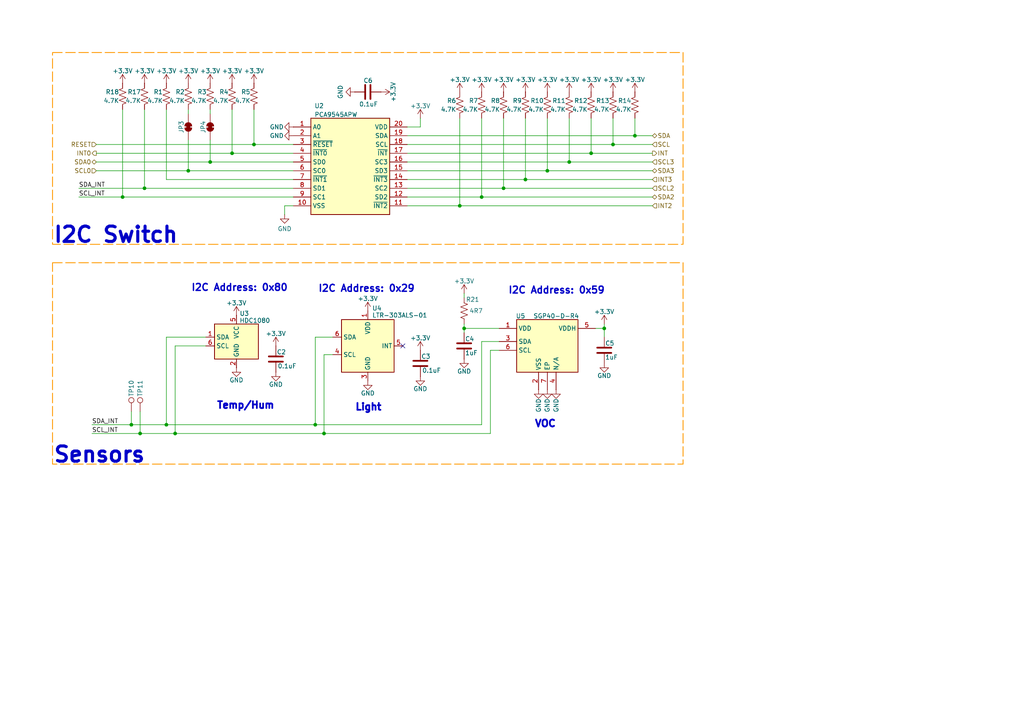
<source format=kicad_sch>
(kicad_sch (version 20250114) (generator "eeschema") (generator_version "9.0")
  (paper "A4")
  (title_block (title "Environment Module") (date "<<release-date>>") (rev "<<tag>>") (comment 1 "<<hash>>"))
  (lib_symbols
    (symbol "CRG Makes:HDC1080"
      (property "Reference" "U" (at -5.08 6.35 0))
      (property "Value" "HDC1080" (at 5.08 6.35 0))
      (symbol "HDC1080_0_1"
        (rectangle (start -6.35 5.08) (end 6.35 -5.08) (stroke (width 0.254)) (fill (type background)))
      )
      (symbol "HDC1080_1_1"
        (pin no_connect line (at -6.35 2.54 0) (length 2.54) (hide yes) (name "DAP") (number "7"))
        (pin no_connect line (at -6.35 0 0) (length 2.54) (hide yes) (name "NC") (number "3"))
        (pin no_connect line (at -6.35 -2.54 0) (length 2.54) (hide yes) (name "NC") (number "4"))
        (pin power_in line (at 0 7.62 270) (length 2.54) (name "VCC") (number "5"))
        (pin power_in line (at 0 -7.62 90) (length 2.54) (name "GND") (number "2"))
        (pin bidirectional line (at 8.89 1.27 180) (length 2.54) (name "SDA") (number "1"))
        (pin input line (at 8.89 -1.27 180) (length 2.54) (name "SCL") (number "6"))
      )
    )
    (symbol "CRG Makes:LTR-303ALS-01"
      (property "Reference" "U" (at -7.62 8.89 0))
      (property "Value" "LTR-303ALS-01" (at 1.27 8.89 0))
      (symbol "LTR-303ALS-01_0_1"
        (rectangle (start -7.62 7.62) (end 7.62 -7.62) (stroke (width 0.254)) (fill (type background)))
      )
      (symbol "LTR-303ALS-01_1_1"
        (pin bidirectional line (at -10.16 2.54 0) (length 2.54) (name "SDA") (number "6"))
        (pin input line (at -10.16 -2.54 0) (length 2.54) (name "SCL") (number "4"))
        (pin power_in line (at 0 10.16 270) (length 2.54) (name "VDD") (number "1"))
        (pin power_in line (at 0 -10.16 90) (length 2.54) (name "GND") (number "3"))
        (pin no_connect line (at 7.62 -2.54 180) (length 2.54) (hide yes) (name "NC") (number "2"))
        (pin open_collector line (at 10.16 0 180) (length 2.54) (name "INT") (number "5"))
      )
    )
    (symbol "CRG Makes:PCA9545APW,118"
      (property "Reference" "U" (at -10.414 18.288 0))
      (property "Value" "PCA9545APW" (at -10.414 15.748 0))
      (symbol "PCA9545APW,118_1_1"
        (rectangle (start -11.43 13.97) (end 11.43 -13.97) (stroke (width 0.254)) (fill (type background)))
        (pin passive line (at -16.51 11.43 0) (length 5.08) (name "A0") (number "1"))
        (pin passive line (at -16.51 8.89 0) (length 5.08) (name "A1") (number "2"))
        (pin passive line (at -16.51 6.35 0) (length 5.08) (name "~{RESET}") (number "3"))
        (pin passive line (at -16.51 3.81 0) (length 5.08) (name "~{INT0}") (number "4"))
        (pin passive line (at -16.51 1.27 0) (length 5.08) (name "SD0") (number "5"))
        (pin passive line (at -16.51 -1.27 0) (length 5.08) (name "SC0") (number "6"))
        (pin passive line (at -16.51 -3.81 0) (length 5.08) (name "~{INT1}") (number "7"))
        (pin passive line (at -16.51 -6.35 0) (length 5.08) (name "SD1") (number "8"))
        (pin passive line (at -16.51 -8.89 0) (length 5.08) (name "SC1") (number "9"))
        (pin passive line (at -16.51 -11.43 0) (length 5.08) (name "VSS") (number "10"))
        (pin passive line (at 16.51 11.43 180) (length 5.08) (name "VDD") (number "20"))
        (pin passive line (at 16.51 8.89 180) (length 5.08) (name "SDA") (number "19"))
        (pin passive line (at 16.51 6.35 180) (length 5.08) (name "SCL") (number "18"))
        (pin passive line (at 16.51 3.81 180) (length 5.08) (name "~{INT}") (number "17"))
        (pin passive line (at 16.51 1.27 180) (length 5.08) (name "SC3") (number "16"))
        (pin passive line (at 16.51 -1.27 180) (length 5.08) (name "SD3") (number "15"))
        (pin passive line (at 16.51 -3.81 180) (length 5.08) (name "~{INT3}") (number "14"))
        (pin passive line (at 16.51 -6.35 180) (length 5.08) (name "SC2") (number "13"))
        (pin passive line (at 16.51 -8.89 180) (length 5.08) (name "SD2") (number "12"))
        (pin passive line (at 16.51 -11.43 180) (length 5.08) (name "~{INT2}") (number "11"))
      )
    )
    (symbol "CRG Makes:SGP40-D-R4"
      (property "Reference" "U" (at -9.144 9.398 0))
      (property "Value" "SGP40-D-R4" (at -4.064 9.398 0))
      (symbol "SGP40-D-R4_1_1"
        (rectangle (start -8.89 7.62) (end 8.89 -7.62) (stroke (width 0.254)) (fill (type background)))
        (pin passive line (at -13.97 5.08 0) (length 5.08) (name "VDD") (number "1"))
        (pin passive line (at -13.97 1.27 0) (length 5.08) (name "SDA") (number "3"))
        (pin passive line (at -13.97 -1.27 0) (length 5.08) (name "SCL") (number "6"))
        (pin passive line (at -2.54 -12.7 90) (length 5.08) (name "VSS") (number "2"))
        (pin passive line (at 0 -12.7 90) (length 5.08) (name "EP") (number "7"))
        (pin passive line (at 2.54 -12.7 90) (length 5.08) (name "N/A") (number "4"))
        (pin passive line (at 13.97 5.08 180) (length 5.08) (name "VDDH") (number "5"))
      )
    )
    (symbol "Connector:TestPoint" (pin_numbers (hide yes)) (pin_names (offset 0.762) (hide yes))
      (property "Reference" "TP" (at 0 6.858 0))
      (property "Value" "TestPoint" (at 0 5.08 0))
      (symbol "TestPoint_0_1"
        (circle (center 0 3.302) (radius 0.762))
      )
      (symbol "TestPoint_1_1"
        (pin passive line (at 0 0 90) (length 2.54) (name "1") (number "1"))
      )
    )
    (symbol "Device:C" (pin_numbers (hide yes)) (pin_names (offset 0.254))
      (property "Reference" "C" (at 0.635 2.54 0))
      (property "Value" "C" (at 0.635 -2.54 0))
      (symbol "C_0_1"
        (polyline (pts (xy -2.032 0.762) (xy 2.032 0.762)) (stroke (width 0.508)))
        (polyline (pts (xy -2.032 -0.762) (xy 2.032 -0.762)) (stroke (width 0.508)))
      )
      (symbol "C_1_1"
        (pin passive line (at 0 3.81 270) (length 2.794) (name "~") (number "1"))
        (pin passive line (at 0 -3.81 90) (length 2.794) (name "~") (number "2"))
      )
    )
    (symbol "Device:R_US" (pin_numbers (hide yes)) (pin_names (offset 0))
      (property "Reference" "R" (at 2.54 0 90))
      (property "Value" "R_US" (at -2.54 0 90))
      (symbol "R_US_0_1"
        (polyline (pts (xy 0 2.286) (xy 0 2.54)))
        (polyline (pts (xy 0 2.286) (xy 1.016 1.905) (xy 0 1.524) (xy -1.016 1.143) (xy 0 0.762)))
        (polyline (pts (xy 0 0.762) (xy 1.016 0.381) (xy 0 0) (xy -1.016 -0.381) (xy 0 -0.762)))
        (polyline (pts (xy 0 -0.762) (xy 1.016 -1.143) (xy 0 -1.524) (xy -1.016 -1.905) (xy 0 -2.286)))
        (polyline (pts (xy 0 -2.286) (xy 0 -2.54)))
      )
      (symbol "R_US_1_1"
        (pin passive line (at 0 3.81 270) (length 1.27) (name "~") (number "1"))
        (pin passive line (at 0 -3.81 90) (length 1.27) (name "~") (number "2"))
      )
    )
    (symbol "Jumper:SolderJumper_2_Bridged" (pin_numbers (hide yes)) (pin_names (offset 0) (hide yes)) (in_bom no)
      (property "Reference" "JP" (at 0 2.032 0))
      (property "Value" "SolderJumper_2_Bridged" (at 0 -2.54 0))
      (symbol "SolderJumper_2_Bridged_0_1"
        (rectangle (start -0.508 0.508) (end 0.508 -0.508) (fill (type outline)))
        (polyline (pts (xy -0.254 1.016) (xy -0.254 -1.016)))
        (arc (start -0.254 -1.016) (mid -1.2656 0) (end -0.254 1.016))
        (arc (start -0.254 -1.016) (mid -1.2656 0) (end -0.254 1.016) (fill (type outline)))
        (arc (start 0.254 1.016) (mid 1.2656 0) (end 0.254 -1.016))
        (arc (start 0.254 1.016) (mid 1.2656 0) (end 0.254 -1.016) (fill (type outline)))
        (polyline (pts (xy 0.254 1.016) (xy 0.254 -1.016)))
      )
      (symbol "SolderJumper_2_Bridged_1_1"
        (pin passive line (at -3.81 0 0) (length 2.54) (name "A") (number "1"))
        (pin passive line (at 3.81 0 180) (length 2.54) (name "B") (number "2"))
      )
    )
    (symbol "power:+3.3V" (power) (pin_numbers (hide yes)) (pin_names (offset 0) (hide yes))
      (property "Value" "+3.3V" (at 0 3.556 0))
      (symbol "+3.3V_0_1"
        (polyline (pts (xy -0.762 1.27) (xy 0 2.54)))
        (polyline (pts (xy 0 2.54) (xy 0.762 1.27)))
        (polyline (pts (xy 0 0) (xy 0 2.54)))
      )
      (symbol "+3.3V_1_1"
        (pin power_in line (at 0 0 90) (length 0) (name "~") (number "1"))
      )
    )
    (symbol "power:GND" (power) (pin_numbers (hide yes)) (pin_names (offset 0) (hide yes))
      (property "Value" "GND" (at 0 -3.81 0))
      (symbol "GND_0_1"
        (polyline (pts (xy 0 0) (xy 0 -1.27) (xy 1.27 -1.27) (xy 0 -2.54) (xy -1.27 -1.27) (xy 0 -1.27)))
      )
      (symbol "GND_1_1"
        (pin power_in line (at 0 0 270) (length 0) (name "~") (number "1"))
      )
    )
  )
  (rectangle (start 15.24 15.24) (end 198.12 70.866) (stroke (width 0.254) (type dash) (color 255 153 0 1)))
  (rectangle (start 15.24 76.2) (end 198.12 134.62) (stroke (width 0.254) (type dash) (color 255 153 0 1)))
  (text "I2C Address: 0x29" (at 92.202 83.82 0) (effects (font (size 2 2) (thickness 0.4) (bold yes)) (justify left)))
  (text "I2C Address: 0x59" (at 147.32 84.328 0) (effects (font (size 2 2) (thickness 0.4) (bold yes)) (justify left)))
  (text "Light" (at 102.87 119.38 0) (effects (font (size 2 2) (thickness 0.889) (bold yes)) (justify left bottom)))
  (text "Sensors" (at 15.24 134.62 0) (effects (font (size 4.445 4.445) (thickness 0.889) (bold yes)) (justify left bottom)))
  (text "VOC" (at 154.94 124.206 0) (effects (font (size 2 2) (thickness 0.889) (bold yes)) (justify left bottom)))
  (text "Temp/Hum" (at 62.738 118.872 0) (effects (font (size 2 2) (thickness 0.889) (bold yes)) (justify left bottom)))
  (text "I2C Switch" (at 15.24 70.866 0) (effects (font (size 4.445 4.445) (thickness 0.889) (bold yes)) (justify left bottom)))
  (text "I2C Address: 0x80" (at 55.372 83.566 0) (effects (font (size 2 2) (thickness 0.4) (bold yes)) (justify left)))
  (junction (at 73.66 41.91))
  (junction (at 50.8 125.73))
  (junction (at 184.15 39.37))
  (junction (at 38.1 123.19))
  (junction (at 175.26 95.25))
  (junction (at 177.8 41.91))
  (junction (at 152.4 52.07))
  (junction (at 158.75 49.53))
  (junction (at 133.35 59.69))
  (junction (at 91.44 123.19))
  (junction (at 139.7 57.15))
  (junction (at 171.45 44.45))
  (junction (at 67.31 44.45))
  (junction (at 93.98 125.73))
  (junction (at 60.96 46.99))
  (junction (at 134.62 95.25))
  (junction (at 48.26 123.19))
  (junction (at 165.1 46.99))
  (junction (at 35.56 57.15))
  (junction (at 40.64 125.73))
  (junction (at 41.91 54.61))
  (junction (at 54.61 49.53))
  (junction (at 146.05 54.61))
  (no_connect (at 116.84 100.33))
  (wire (pts (xy 121.92 36.83) (xy 121.92 34.29)))
  (wire (pts (xy 134.62 93.98) (xy 134.62 95.25)))
  (wire (pts (xy 38.1 123.19) (xy 48.26 123.19)))
  (wire (pts (xy 22.86 57.15) (xy 35.56 57.15)))
  (wire (pts (xy 41.91 31.75) (xy 41.91 54.61)))
  (wire (pts (xy 133.35 34.29) (xy 133.35 59.69)))
  (wire (pts (xy 50.8 125.73) (xy 93.98 125.73)))
  (wire (pts (xy 146.05 34.29) (xy 146.05 54.61)))
  (wire (pts (xy 48.26 31.75) (xy 48.26 52.07)))
  (wire (pts (xy 142.24 101.6) (xy 144.78 101.6)))
  (wire (pts (xy 177.8 34.29) (xy 177.8 41.91)))
  (wire (pts (xy 134.62 95.25) (xy 144.78 95.25)))
  (wire (pts (xy 54.61 40.64) (xy 54.61 49.53)))
  (wire (pts (xy 35.56 57.15) (xy 85.09 57.15)))
  (wire (pts (xy 38.1 119.38) (xy 38.1 123.19)))
  (wire (pts (xy 50.8 100.33) (xy 50.8 125.73)))
  (wire (pts (xy 60.96 40.64) (xy 60.96 46.99)))
  (wire (pts (xy 118.11 44.45) (xy 171.45 44.45)))
  (wire (pts (xy 85.09 44.45) (xy 67.31 44.45)))
  (wire (pts (xy 171.45 34.29) (xy 171.45 44.45)))
  (wire (pts (xy 91.44 123.19) (xy 139.7 123.19)))
  (wire (pts (xy 158.75 49.53) (xy 189.23 49.53)))
  (wire (pts (xy 41.91 54.61) (xy 85.09 54.61)))
  (wire (pts (xy 91.44 97.79) (xy 91.44 123.19)))
  (wire (pts (xy 93.98 102.87) (xy 93.98 125.73)))
  (wire (pts (xy 158.75 34.29) (xy 158.75 49.53)))
  (wire (pts (xy 48.26 123.19) (xy 91.44 123.19)))
  (wire (pts (xy 134.62 95.25) (xy 134.62 96.52)))
  (wire (pts (xy 118.11 59.69) (xy 133.35 59.69)))
  (wire (pts (xy 118.11 36.83) (xy 121.92 36.83)))
  (wire (pts (xy 96.52 102.87) (xy 93.98 102.87)))
  (wire (pts (xy 118.11 41.91) (xy 177.8 41.91)))
  (wire (pts (xy 73.66 31.75) (xy 73.66 41.91)))
  (wire (pts (xy 40.64 125.73) (xy 50.8 125.73)))
  (wire (pts (xy 184.15 39.37) (xy 189.23 39.37)))
  (wire (pts (xy 54.61 49.53) (xy 85.09 49.53)))
  (wire (pts (xy 118.11 57.15) (xy 139.7 57.15)))
  (wire (pts (xy 48.26 97.79) (xy 59.69 97.79)))
  (wire (pts (xy 60.96 33.02) (xy 60.96 31.75)))
  (wire (pts (xy 146.05 54.61) (xy 189.23 54.61)))
  (wire (pts (xy 118.11 46.99) (xy 165.1 46.99)))
  (wire (pts (xy 27.94 46.99) (xy 60.96 46.99)))
  (wire (pts (xy 60.96 46.99) (xy 85.09 46.99)))
  (wire (pts (xy 133.35 59.69) (xy 189.23 59.69)))
  (wire (pts (xy 27.94 41.91) (xy 73.66 41.91)))
  (wire (pts (xy 139.7 57.15) (xy 189.23 57.15)))
  (wire (pts (xy 165.1 46.99) (xy 189.23 46.99)))
  (wire (pts (xy 118.11 54.61) (xy 146.05 54.61)))
  (wire (pts (xy 165.1 34.29) (xy 165.1 46.99)))
  (wire (pts (xy 50.8 100.33) (xy 59.69 100.33)))
  (wire (pts (xy 152.4 34.29) (xy 152.4 52.07)))
  (wire (pts (xy 118.11 52.07) (xy 152.4 52.07)))
  (wire (pts (xy 22.86 54.61) (xy 41.91 54.61)))
  (wire (pts (xy 139.7 99.06) (xy 139.7 123.19)))
  (wire (pts (xy 134.62 85.09) (xy 134.62 86.36)))
  (wire (pts (xy 139.7 99.06) (xy 144.78 99.06)))
  (wire (pts (xy 184.15 34.29) (xy 184.15 39.37)))
  (wire (pts (xy 142.24 125.73) (xy 142.24 101.6)))
  (wire (pts (xy 54.61 33.02) (xy 54.61 31.75)))
  (wire (pts (xy 27.94 49.53) (xy 54.61 49.53)))
  (wire (pts (xy 177.8 41.91) (xy 189.23 41.91)))
  (wire (pts (xy 26.67 125.73) (xy 40.64 125.73)))
  (wire (pts (xy 82.55 59.69) (xy 82.55 62.23)))
  (wire (pts (xy 85.09 52.07) (xy 48.26 52.07)))
  (wire (pts (xy 96.52 97.79) (xy 91.44 97.79)))
  (wire (pts (xy 175.26 97.79) (xy 175.26 95.25)))
  (wire (pts (xy 171.45 44.45) (xy 189.23 44.45)))
  (wire (pts (xy 35.56 31.75) (xy 35.56 57.15)))
  (wire (pts (xy 175.26 95.25) (xy 175.26 93.98)))
  (wire (pts (xy 93.98 125.73) (xy 142.24 125.73)))
  (wire (pts (xy 85.09 59.69) (xy 82.55 59.69)))
  (wire (pts (xy 85.09 41.91) (xy 73.66 41.91)))
  (wire (pts (xy 67.31 31.75) (xy 67.31 44.45)))
  (wire (pts (xy 118.11 49.53) (xy 158.75 49.53)))
  (wire (pts (xy 48.26 97.79) (xy 48.26 123.19)))
  (wire (pts (xy 172.72 95.25) (xy 175.26 95.25)))
  (wire (pts (xy 118.11 39.37) (xy 184.15 39.37)))
  (wire (pts (xy 27.94 44.45) (xy 67.31 44.45)))
  (wire (pts (xy 40.64 119.38) (xy 40.64 125.73)))
  (wire (pts (xy 26.67 123.19) (xy 38.1 123.19)))
  (wire (pts (xy 139.7 34.29) (xy 139.7 57.15)))
  (wire (pts (xy 152.4 52.07) (xy 189.23 52.07)))
  (label "SCL_INT" (at 26.67 125.73 0))
  (label "SDA_INT" (at 26.67 123.19 0))
  (label "SDA_INT" (at 22.86 54.61 0))
  (label "SCL_INT" (at 22.86 57.15 0))
  (hierarchical_label "SCL2" (shape input) (at 189.23 54.61 0))
  (hierarchical_label "INT0" (shape output) (at 27.94 44.45 180))
  (hierarchical_label "INT2" (shape input) (at 189.23 59.69 0))
  (hierarchical_label "SCL0" (shape input) (at 27.94 49.53 180))
  (hierarchical_label "INT3" (shape input) (at 189.23 52.07 0))
  (hierarchical_label "INT" (shape output) (at 189.23 44.45 0))
  (hierarchical_label "SDA3" (shape bidirectional) (at 189.23 49.53 0))
  (hierarchical_label "SDA2" (shape bidirectional) (at 189.23 57.15 0))
  (hierarchical_label "SCL3" (shape input) (at 189.23 46.99 0))
  (hierarchical_label "SCL" (shape input) (at 189.23 41.91 0))
  (hierarchical_label "SDA" (shape bidirectional) (at 189.23 39.37 0))
  (hierarchical_label "SDA0" (shape bidirectional) (at 27.94 46.99 180))
  (hierarchical_label "RESET" (shape input) (at 27.94 41.91 180))
  (symbol (lib_id "power:+3.3V") (at 41.91 24.13 0) (mirror y) (unit 1)
    (property "Reference" "#PWR049" (effects (hide yes)))
    (property "Value" "+3.3V" (at 41.91 20.574 0))
    (property "Description" "Power symbol creates a global label with name \"+3.3V\"" (effects (hide yes)))
  )
  (symbol (lib_id "power:GND") (at 85.09 36.83 270) (unit 1)
    (property "Reference" "#PWR015" (effects (hide yes)))
    (property "Value" "GND" (at 80.264 36.83 90))
    (property "Description" "Power symbol creates a global label with name \"GND\" , ground" (effects (hide yes)))
  )
  (symbol (lib_id "Jumper:SolderJumper_2_Bridged") (at 60.96 36.83 90) (unit 1) (in_bom no)
    (property "Reference" "JP4" (at 58.928 36.83 0))
    (property "Footprint" "CRGM Connector:SolderJumper-2_P1.3mm_Bridged_RoundedPad1.0x1.5mm" (effects (hide yes)))
    (property "Description" "Solder Jumper, 2-pole, closed/bridged" (effects (hide yes)))
  )
  (symbol (lib_id "power:+3.3V") (at 80.01 100.33 0) (unit 1)
    (property "Reference" "#PWR051" (effects (hide yes)))
    (property "Value" "+3.3V" (at 80.01 96.774 0))
    (property "Description" "Power symbol creates a global label with name \"+3.3V\"" (effects (hide yes)))
  )
  (symbol (lib_id "power:+3.3V") (at 121.92 34.29 0) (mirror y) (unit 1)
    (property "Reference" "#PWR017" (effects (hide yes)))
    (property "Value" "+3.3V" (at 121.92 30.734 0))
    (property "Description" "Power symbol creates a global label with name \"+3.3V\"" (effects (hide yes)))
  )
  (symbol (lib_id "Device:R_US") (at 35.56 27.94 0) (mirror x) (unit 1)
    (property "Reference" "R18" (at 34.544 26.67 0) (effects (justify right)))
    (property "Value" "4.7K" (at 34.544 29.21 0) (effects (justify right)))
    (property "Footprint" "CRGM Passive:R_0603_1608Metric" (effects (hide yes)))
    (property "Description" "Resistor, US symbol" (effects (hide yes)))
    (property "MN" "FOJAN " (effects (hide yes)))
    (property "MPN" "FRC0603J472 TS" (effects (hide yes)))
    (property "Mouser" "71-CRCW06034K70JNEAC" (effects (hide yes)))
    (property "Digikey" "541-3993-2-ND" (effects (hide yes)))
    (property "LCSC" "C2907166" (effects (hide yes)))
    (property "Tolerance" "5%" (effects (hide yes)))
  )
  (symbol (lib_id "power:+3.3V") (at 133.35 26.67 0) (mirror y) (unit 1)
    (property "Reference" "#PWR018" (effects (hide yes)))
    (property "Value" "+3.3V" (at 133.35 23.114 0))
    (property "Description" "Power symbol creates a global label with name \"+3.3V\"" (effects (hide yes)))
  )
  (symbol (lib_id "power:GND") (at 85.09 39.37 270) (unit 1)
    (property "Reference" "#PWR016" (effects (hide yes)))
    (property "Value" "GND" (at 80.264 39.37 90))
    (property "Description" "Power symbol creates a global label with name \"GND\" , ground" (effects (hide yes)))
  )
  (symbol (lib_id "power:+3.3V") (at 54.61 24.13 0) (mirror y) (unit 1)
    (property "Reference" "#PWR010" (effects (hide yes)))
    (property "Value" "+3.3V" (at 54.61 20.574 0))
    (property "Description" "Power symbol creates a global label with name \"+3.3V\"" (effects (hide yes)))
  )
  (symbol (lib_id "Device:R_US") (at 152.4 30.48 0) (mirror x) (unit 1)
    (property "Reference" "R9" (at 151.384 29.21 0) (effects (justify right)))
    (property "Value" "4.7K" (at 151.384 31.75 0) (effects (justify right)))
    (property "Footprint" "CRGM Passive:R_0603_1608Metric" (effects (hide yes)))
    (property "Description" "Resistor, US symbol" (effects (hide yes)))
    (property "MN" "FOJAN " (effects (hide yes)))
    (property "MPN" "FRC0603J472 TS" (effects (hide yes)))
    (property "Mouser" "71-CRCW06034K70JNEAC" (effects (hide yes)))
    (property "Digikey" "541-3993-2-ND" (effects (hide yes)))
    (property "LCSC" "C2907166" (effects (hide yes)))
    (property "Tolerance" "5%" (effects (hide yes)))
  )
  (symbol (lib_id "power:GND") (at 161.29 113.03 0) (unit 1)
    (property "Reference" "#PWR065" (effects (hide yes)))
    (property "Value" "GND" (at 161.29 117.602 90))
    (property "Description" "Power symbol creates a global label with name \"GND\" , ground" (effects (hide yes)))
  )
  (symbol (lib_id "power:GND") (at 68.58 106.68 0) (unit 1)
    (property "Reference" "#PWR054" (effects (hide yes)))
    (property "Value" "GND" (at 68.58 110.236 0))
    (property "Description" "Power symbol creates a global label with name \"GND\" , ground" (effects (hide yes)))
  )
  (symbol (lib_id "Device:R_US") (at 134.62 90.17 0) (unit 1)
    (property "Reference" "R21" (at 135.128 86.868 0) (effects (justify left)))
    (property "Value" "4R7" (at 136.144 90.17 0) (effects (justify left)))
    (property "Footprint" "CRGM Passive:R_0603_1608Metric" (effects (hide yes)))
    (property "Datasheet" "https://bourns.com/docs/product-datasheets/cr.pdf?sfvrsn=574d41f6_14" (effects (hide yes)))
    (property "Description" "Thick Film Resistors - SMD 1/10Watt 4.7ohms 5%" (effects (hide yes)))
    (property "MN" "FOJAN" (effects (hide yes)))
    (property "MPN" "FRC0603J4R7 TS" (effects (hide yes)))
    (property "Mouser" "652-CR0603JW-4R7ELF" (effects (hide yes)))
    (property "Digikey" "CR0603-J/-4R7ELFTR-ND" (effects (hide yes)))
    (property "LCSC" "C2907168" (effects (hide yes)))
    (property "Tolerance" "5%" (effects (hide yes)))
  )
  (symbol (lib_id "power:+3.3V") (at 158.75 26.67 0) (mirror y) (unit 1)
    (property "Reference" "#PWR022" (effects (hide yes)))
    (property "Value" "+3.3V" (at 158.75 23.114 0))
    (property "Description" "Power symbol creates a global label with name \"+3.3V\"" (effects (hide yes)))
  )
  (symbol (lib_id "Connector:TestPoint") (at 38.1 119.38 0) (unit 1) (in_bom no)
    (property "Reference" "TP10" (at 38.1 115.062 90) (effects (justify left)))
    (property "Footprint" "CRGM Mechanical:TestPoint_Pad_D1.0mm" (effects (hide yes)))
    (property "Description" "test point" (effects (hide yes)))
  )
  (symbol (lib_id "power:+3.3V") (at 165.1 26.67 0) (mirror y) (unit 1)
    (property "Reference" "#PWR023" (effects (hide yes)))
    (property "Value" "+3.3V" (at 165.1 23.114 0))
    (property "Description" "Power symbol creates a global label with name \"+3.3V\"" (effects (hide yes)))
  )
  (symbol (lib_id "Device:R_US") (at 158.75 30.48 0) (mirror x) (unit 1)
    (property "Reference" "R10" (at 157.734 29.21 0) (effects (justify right)))
    (property "Value" "4.7K" (at 157.734 31.75 0) (effects (justify right)))
    (property "Footprint" "CRGM Passive:R_0603_1608Metric" (effects (hide yes)))
    (property "Description" "Resistor, US symbol" (effects (hide yes)))
    (property "MN" "FOJAN " (effects (hide yes)))
    (property "MPN" "FRC0603J472 TS" (effects (hide yes)))
    (property "Mouser" "71-CRCW06034K70JNEAC" (effects (hide yes)))
    (property "Digikey" "541-3993-2-ND" (effects (hide yes)))
    (property "LCSC" "C2907166" (effects (hide yes)))
    (property "Tolerance" "5%" (effects (hide yes)))
  )
  (symbol (lib_id "power:+3.3V") (at 67.31 24.13 0) (mirror y) (unit 1)
    (property "Reference" "#PWR012" (effects (hide yes)))
    (property "Value" "+3.3V" (at 67.31 20.574 0))
    (property "Description" "Power symbol creates a global label with name \"+3.3V\"" (effects (hide yes)))
  )
  (symbol (lib_id "CRG Makes:SGP40-D-R4") (at 158.75 100.33 0) (unit 1)
    (property "Reference" "U5" (at 149.606 90.932 0) (effects (justify left top)))
    (property "Value" "SGP40-D-R4" (at 154.686 90.932 0) (effects (justify left top)))
    (property "Footprint" "CRG Makes:SON80P244X244X95-7N" (effects (hide yes)))
    (property "Datasheet" "https://www.mouser.com/datasheet/2/682/Sensirion_Gas_Sensors_Datasheet_SGP40-3398556.pdf" (effects (hide yes)))
    (property "Description" "Air Quality Sensors Gas Sensor" (effects (hide yes)))
    (property "MN" "Sensirion" (effects (hide yes)))
    (property "MPN" "SGP40-D-R4" (effects (hide yes)))
    (property "Digikey" "1649-SGP40-D-R4TR-ND" (effects (hide yes)))
    (property "Mouser" "403-SGP40-D-R4" (effects (hide yes)))
    (property "LCSC" "C2874215" (effects (hide yes)))
  )
  (symbol (lib_id "power:GND") (at 121.92 109.22 0) (unit 1)
    (property "Reference" "#PWR058" (effects (hide yes)))
    (property "Value" "GND" (at 121.92 112.776 0))
    (property "Description" "Power symbol creates a global label with name \"GND\" , ground" (effects (hide yes)))
  )
  (symbol (lib_id "power:+3.3V") (at 106.68 90.17 0) (unit 1)
    (property "Reference" "#PWR055" (effects (hide yes)))
    (property "Value" "+3.3V" (at 106.68 86.614 0))
    (property "Description" "Power symbol creates a global label with name \"+3.3V\"" (effects (hide yes)))
  )
  (symbol (lib_id "Device:R_US") (at 60.96 27.94 0) (mirror x) (unit 1)
    (property "Reference" "R3" (at 59.944 26.67 0) (effects (justify right)))
    (property "Value" "4.7K" (at 59.944 29.21 0) (effects (justify right)))
    (property "Footprint" "CRGM Passive:R_0603_1608Metric" (effects (hide yes)))
    (property "Description" "Resistor, US symbol" (effects (hide yes)))
    (property "MN" "FOJAN " (effects (hide yes)))
    (property "MPN" "FRC0603J472 TS" (effects (hide yes)))
    (property "Mouser" "71-CRCW06034K70JNEAC" (effects (hide yes)))
    (property "Digikey" "541-3993-2-ND" (effects (hide yes)))
    (property "LCSC" "C2907166" (effects (hide yes)))
    (property "Tolerance" "5%" (effects (hide yes)))
  )
  (symbol (lib_id "power:GND") (at 102.87 26.67 270) (unit 1)
    (property "Reference" "#PWR067" (effects (hide yes)))
    (property "Value" "GND" (at 98.7369 26.67 0))
    (property "Description" "Power symbol creates a global label with name \"GND\" , ground" (effects (hide yes)))
  )
  (symbol (lib_id "Device:R_US") (at 54.61 27.94 0) (mirror x) (unit 1)
    (property "Reference" "R2" (at 53.594 26.67 0) (effects (justify right)))
    (property "Value" "4.7K" (at 53.594 29.21 0) (effects (justify right)))
    (property "Footprint" "CRGM Passive:R_0603_1608Metric" (effects (hide yes)))
    (property "Description" "Resistor, US symbol" (effects (hide yes)))
    (property "MN" "FOJAN " (effects (hide yes)))
    (property "MPN" "FRC0603J472 TS" (effects (hide yes)))
    (property "Mouser" "71-CRCW06034K70JNEAC" (effects (hide yes)))
    (property "Digikey" "541-3993-2-ND" (effects (hide yes)))
    (property "LCSC" "C2907166" (effects (hide yes)))
    (property "Tolerance" "5%" (effects (hide yes)))
  )
  (symbol (lib_id "power:GND") (at 156.21 113.03 0) (unit 1)
    (property "Reference" "#PWR063" (effects (hide yes)))
    (property "Value" "GND" (at 156.21 117.602 90))
    (property "Description" "Power symbol creates a global label with name \"GND\" , ground" (effects (hide yes)))
  )
  (symbol (lib_id "Device:R_US") (at 67.31 27.94 0) (mirror x) (unit 1)
    (property "Reference" "R4" (at 66.294 26.67 0) (effects (justify right)))
    (property "Value" "4.7K" (at 66.294 29.21 0) (effects (justify right)))
    (property "Footprint" "CRGM Passive:R_0603_1608Metric" (effects (hide yes)))
    (property "Description" "Resistor, US symbol" (effects (hide yes)))
    (property "MN" "FOJAN " (effects (hide yes)))
    (property "MPN" "FRC0603J472 TS" (effects (hide yes)))
    (property "Mouser" "71-CRCW06034K70JNEAC" (effects (hide yes)))
    (property "Digikey" "541-3993-2-ND" (effects (hide yes)))
    (property "LCSC" "C2907166" (effects (hide yes)))
    (property "Tolerance" "5%" (effects (hide yes)))
  )
  (symbol (lib_id "power:+3.3V") (at 152.4 26.67 0) (mirror y) (unit 1)
    (property "Reference" "#PWR021" (effects (hide yes)))
    (property "Value" "+3.3V" (at 152.4 23.114 0))
    (property "Description" "Power symbol creates a global label with name \"+3.3V\"" (effects (hide yes)))
  )
  (symbol (lib_id "power:+3.3V") (at 110.49 26.67 270) (unit 1)
    (property "Reference" "#PWR066" (effects (hide yes)))
    (property "Value" "+3.3V" (at 114.046 26.67 0))
    (property "Description" "Power symbol creates a global label with name \"+3.3V\"" (effects (hide yes)))
  )
  (symbol (lib_id "Device:C") (at 175.26 101.6 0) (unit 1)
    (property "Reference" "C5" (at 175.514 99.568 0) (effects (justify left)))
    (property "Value" "1uF" (at 175.514 103.632 0) (effects (justify left)))
    (property "Footprint" "CRGM Passive:C_0603_1608Metric" (effects (hide yes)))
    (property "Description" "CAP CER 1uF 16V X5R 0603" (effects (hide yes)))
    (property "WVDC" "16V" (effects (hide yes)))
    (property "Tolerance" "10%" (effects (hide yes)))
    (property "Dielectric" "X5R" (effects (hide yes)))
    (property "MN" "HRE" (effects (hide yes)))
    (property "MPN" "CGA0603X5R105K160JT" (effects (hide yes)))
    (property "Mouser" "187-CL10B105KO8NNNC" (effects (hide yes)))
    (property "Digikey" "1276-1019-2-ND" (effects (hide yes)))
    (property "LCSC" "C6119849" (effects (hide yes)))
  )
  (symbol (lib_id "power:+3.3V") (at 73.66 24.13 0) (mirror y) (unit 1)
    (property "Reference" "#PWR013" (effects (hide yes)))
    (property "Value" "+3.3V" (at 73.66 20.574 0))
    (property "Description" "Power symbol creates a global label with name \"+3.3V\"" (effects (hide yes)))
  )
  (symbol (lib_id "power:+3.3V") (at 177.8 26.67 0) (mirror y) (unit 1)
    (property "Reference" "#PWR025" (effects (hide yes)))
    (property "Value" "+3.3V" (at 177.8 23.114 0))
    (property "Description" "Power symbol creates a global label with name \"+3.3V\"" (effects (hide yes)))
  )
  (symbol (lib_id "power:+3.3V") (at 184.15 26.67 0) (mirror y) (unit 1)
    (property "Reference" "#PWR026" (effects (hide yes)))
    (property "Value" "+3.3V" (at 184.15 23.114 0))
    (property "Description" "Power symbol creates a global label with name \"+3.3V\"" (effects (hide yes)))
  )
  (symbol (lib_id "Device:R_US") (at 133.35 30.48 0) (mirror x) (unit 1)
    (property "Reference" "R6" (at 132.334 29.21 0) (effects (justify right)))
    (property "Value" "4.7K" (at 132.334 31.75 0) (effects (justify right)))
    (property "Footprint" "CRGM Passive:R_0603_1608Metric" (effects (hide yes)))
    (property "Description" "Resistor, US symbol" (effects (hide yes)))
    (property "MN" "FOJAN " (effects (hide yes)))
    (property "MPN" "FRC0603J472 TS" (effects (hide yes)))
    (property "Mouser" "71-CRCW06034K70JNEAC" (effects (hide yes)))
    (property "Digikey" "541-3993-2-ND" (effects (hide yes)))
    (property "LCSC" "C2907166" (effects (hide yes)))
    (property "Tolerance" "5%" (effects (hide yes)))
  )
  (symbol (lib_id "Device:R_US") (at 165.1 30.48 0) (mirror x) (unit 1)
    (property "Reference" "R11" (at 164.084 29.21 0) (effects (justify right)))
    (property "Value" "4.7K" (at 164.084 31.75 0) (effects (justify right)))
    (property "Footprint" "CRGM Passive:R_0603_1608Metric" (effects (hide yes)))
    (property "Description" "Resistor, US symbol" (effects (hide yes)))
    (property "MPN" "FRC0603J472 TS" (effects (hide yes)))
    (property "LCSC" "C2907166" (effects (hide yes)))
    (property "MN" "FOJAN " (effects (hide yes)))
    (property "Digikey" "541-3993-2-ND" (effects (hide yes)))
    (property "Mouser" "71-CRCW06034K70JNEAC" (effects (hide yes)))
    (property "Tolerance" "5%" (effects (hide yes)))
  )
  (symbol (lib_id "power:+3.3V") (at 121.92 101.6 0) (unit 1)
    (property "Reference" "#PWR057" (effects (hide yes)))
    (property "Value" "+3.3V" (at 121.92 98.044 0))
    (property "Description" "Power symbol creates a global label with name \"+3.3V\"" (effects (hide yes)))
  )
  (symbol (lib_id "CRG Makes:HDC1080") (at 68.58 99.06 0) (mirror y) (unit 1)
    (property "Reference" "U3" (at 70.866 90.932 0))
    (property "Value" "HDC1080" (at 73.914 92.964 0))
    (property "Footprint" "CRG Makes:PWSON-N6" (effects (hide yes)))
    (property "Datasheet" "http://www.ti.com/lit/ds/symlink/hdc1080.pdf" (effects (hide yes)))
    (property "Description" "Low Power,High Accuracy Digital Humidity Sensor with Temperature Sensor" (effects (hide yes)))
    (property "MN" "TI" (effects (hide yes)))
    (property "MPN" "HDC1080DMBR" (effects (hide yes)))
    (property "Digikey" "296-46272-2-ND" (effects (hide yes)))
    (property "Mouser" "595-HDC1080DMBR" (effects (hide yes)))
    (property "LCSC" "C82227" (effects (hide yes)))
  )
  (symbol (lib_id "CRG Makes:PCA9545APW,118") (at 101.6 48.26 0) (unit 1)
    (property "Reference" "U2" (at 91.186 29.972 0) (effects (justify left top)))
    (property "Value" "PCA9545APW" (at 91.186 32.512 0) (effects (justify left top)))
    (property "Footprint" "CRG Makes:SOP65P640X110-20N" (effects (hide yes)))
    (property "Datasheet" "http://www.nxp.com/docs/en/data-sheet/PCA9545A_45B_45C.pdf" (effects (hide yes)))
    (property "Description" "4-channel I2C-bus switch with interrupt logic and reset" (effects (hide yes)))
    (property "MN" "NXP" (effects (hide yes)))
    (property "MPN" "PCA9545APW,118" (effects (hide yes)))
    (property "Digikey" "568-1865-2-ND" (effects (hide yes)))
    (property "Mouser" "771-PCA9545APW-T" (effects (hide yes)))
    (property "LCSC" "C129515" (effects (hide yes)))
  )
  (symbol (lib_id "power:+3.3V") (at 60.96 24.13 0) (mirror y) (unit 1)
    (property "Reference" "#PWR011" (effects (hide yes)))
    (property "Value" "+3.3V" (at 60.96 20.574 0))
    (property "Description" "Power symbol creates a global label with name \"+3.3V\"" (effects (hide yes)))
  )
  (symbol (lib_id "power:+3.3V") (at 171.45 26.67 0) (mirror y) (unit 1)
    (property "Reference" "#PWR024" (effects (hide yes)))
    (property "Value" "+3.3V" (at 171.45 23.114 0))
    (property "Description" "Power symbol creates a global label with name \"+3.3V\"" (effects (hide yes)))
  )
  (symbol (lib_id "power:GND") (at 106.68 110.49 0) (unit 1)
    (property "Reference" "#PWR056" (effects (hide yes)))
    (property "Value" "GND" (at 106.68 114.046 0))
    (property "Description" "Power symbol creates a global label with name \"GND\" , ground" (effects (hide yes)))
  )
  (symbol (lib_id "Device:C") (at 80.01 104.14 0) (unit 1)
    (property "Reference" "C2" (at 80.264 102.108 0) (effects (justify left)))
    (property "Value" "0.1uF" (at 80.518 106.172 0) (effects (justify left)))
    (property "Footprint" "CRGM Passive:C_0603_1608Metric" (effects (hide yes)))
    (property "Description" "CAP CER 100nF 16V X5R 0603" (effects (hide yes)))
    (property "MN" "Samsung" (effects (hide yes)))
    (property "MPN" "CL10B104KO8NNNC" (effects (hide yes)))
    (property "Digikey" "1276-1005-2-ND" (effects (hide yes)))
    (property "Mouser" "187-CL10B104KO8NNNC" (effects (hide yes)))
    (property "LCSC" "C66501" (effects (hide yes)))
    (property "Tolerance" "10%" (effects (hide yes)))
  )
  (symbol (lib_id "power:+3.3V") (at 134.62 85.09 0) (unit 1)
    (property "Reference" "#PWR059" (effects (hide yes)))
    (property "Value" "+3.3V" (at 134.62 81.534 0))
    (property "Description" "Power symbol creates a global label with name \"+3.3V\"" (effects (hide yes)))
  )
  (symbol (lib_id "Device:C") (at 134.62 100.33 0) (unit 1)
    (property "Reference" "C4" (at 134.874 98.298 0) (effects (justify left)))
    (property "Value" "1uF" (at 134.874 102.362 0) (effects (justify left)))
    (property "Footprint" "CRGM Passive:C_0603_1608Metric" (effects (hide yes)))
    (property "Description" "CAP CER 1uF 16V X5R 0603" (effects (hide yes)))
    (property "WVDC" "16V" (effects (hide yes)))
    (property "Tolerance" "10%" (effects (hide yes)))
    (property "Dielectric" "X5R" (effects (hide yes)))
    (property "MN" "HRE" (effects (hide yes)))
    (property "MPN" "CGA0603X5R105K160JT" (effects (hide yes)))
    (property "Mouser" "187-CL10B105KO8NNNC" (effects (hide yes)))
    (property "Digikey" "1276-1019-2-ND" (effects (hide yes)))
    (property "LCSC" "C6119849" (effects (hide yes)))
  )
  (symbol (lib_id "Jumper:SolderJumper_2_Bridged") (at 54.61 36.83 90) (unit 1) (in_bom no)
    (property "Reference" "JP3" (at 52.578 36.83 0))
    (property "Footprint" "CRGM Connector:SolderJumper-2_P1.3mm_Bridged_RoundedPad1.0x1.5mm" (effects (hide yes)))
    (property "Description" "Solder Jumper, 2-pole, closed/bridged" (effects (hide yes)))
  )
  (symbol (lib_id "power:GND") (at 158.75 113.03 0) (unit 1)
    (property "Reference" "#PWR064" (effects (hide yes)))
    (property "Value" "GND" (at 158.75 117.602 90))
    (property "Description" "Power symbol creates a global label with name \"GND\" , ground" (effects (hide yes)))
  )
  (symbol (lib_id "power:GND") (at 134.62 104.14 0) (unit 1)
    (property "Reference" "#PWR061" (effects (hide yes)))
    (property "Value" "GND" (at 134.62 107.696 0))
    (property "Description" "Power symbol creates a global label with name \"GND\" , ground" (effects (hide yes)))
  )
  (symbol (lib_id "Device:R_US") (at 139.7 30.48 0) (mirror x) (unit 1)
    (property "Reference" "R7" (at 138.684 29.21 0) (effects (justify right)))
    (property "Value" "4.7K" (at 138.684 31.75 0) (effects (justify right)))
    (property "Footprint" "CRGM Passive:R_0603_1608Metric" (effects (hide yes)))
    (property "Description" "Resistor, US symbol" (effects (hide yes)))
    (property "MN" "FOJAN " (effects (hide yes)))
    (property "MPN" "FRC0603J472 TS" (effects (hide yes)))
    (property "Mouser" "71-CRCW06034K70JNEAC" (effects (hide yes)))
    (property "Digikey" "541-3993-2-ND" (effects (hide yes)))
    (property "LCSC" "C2907166" (effects (hide yes)))
    (property "Tolerance" "5%" (effects (hide yes)))
  )
  (symbol (lib_id "power:+3.3V") (at 68.58 91.44 0) (unit 1)
    (property "Reference" "#PWR053" (effects (hide yes)))
    (property "Value" "+3.3V" (at 68.58 87.884 0))
    (property "Description" "Power symbol creates a global label with name \"+3.3V\"" (effects (hide yes)))
  )
  (symbol (lib_id "Device:R_US") (at 177.8 30.48 0) (mirror x) (unit 1)
    (property "Reference" "R13" (at 176.784 29.21 0) (effects (justify right)))
    (property "Value" "4.7K" (at 176.784 31.75 0) (effects (justify right)))
    (property "Footprint" "CRGM Passive:R_0603_1608Metric" (effects (hide yes)))
    (property "Description" "Resistor, US symbol" (effects (hide yes)))
    (property "MN" "FOJAN " (effects (hide yes)))
    (property "MPN" "FRC0603J472 TS" (effects (hide yes)))
    (property "Mouser" "71-CRCW06034K70JNEAC" (effects (hide yes)))
    (property "Digikey" "541-3993-2-ND" (effects (hide yes)))
    (property "LCSC" "C2907166" (effects (hide yes)))
    (property "Tolerance" "5%" (effects (hide yes)))
  )
  (symbol (lib_id "Device:R_US") (at 146.05 30.48 0) (mirror x) (unit 1)
    (property "Reference" "R8" (at 145.034 29.21 0) (effects (justify right)))
    (property "Value" "4.7K" (at 145.034 31.75 0) (effects (justify right)))
    (property "Footprint" "CRGM Passive:R_0603_1608Metric" (effects (hide yes)))
    (property "Description" "Resistor, US symbol" (effects (hide yes)))
    (property "MPN" "FRC0603J472 TS" (effects (hide yes)))
    (property "LCSC" "C2907166" (effects (hide yes)))
    (property "MN" "FOJAN " (effects (hide yes)))
    (property "Digikey" "541-3993-2-ND" (effects (hide yes)))
    (property "Mouser" "71-CRCW06034K70JNEAC" (effects (hide yes)))
    (property "Tolerance" "5%" (effects (hide yes)))
  )
  (symbol (lib_id "Device:R_US") (at 171.45 30.48 0) (mirror x) (unit 1)
    (property "Reference" "R12" (at 170.434 29.21 0) (effects (justify right)))
    (property "Value" "4.7K" (at 170.434 31.75 0) (effects (justify right)))
    (property "Footprint" "CRGM Passive:R_0603_1608Metric" (effects (hide yes)))
    (property "Description" "Resistor, US symbol" (effects (hide yes)))
    (property "MN" "FOJAN " (effects (hide yes)))
    (property "MPN" "FRC0603J472 TS" (effects (hide yes)))
    (property "Mouser" "71-CRCW06034K70JNEAC" (effects (hide yes)))
    (property "Digikey" "541-3993-2-ND" (effects (hide yes)))
    (property "LCSC" "C2907166" (effects (hide yes)))
    (property "Tolerance" "5%" (effects (hide yes)))
  )
  (symbol (lib_id "power:+3.3V") (at 35.56 24.13 0) (mirror y) (unit 1)
    (property "Reference" "#PWR050" (effects (hide yes)))
    (property "Value" "+3.3V" (at 35.56 20.574 0))
    (property "Description" "Power symbol creates a global label with name \"+3.3V\"" (effects (hide yes)))
  )
  (symbol (lib_id "power:GND") (at 175.26 105.41 0) (unit 1)
    (property "Reference" "#PWR062" (effects (hide yes)))
    (property "Value" "GND" (at 175.26 108.966 0))
    (property "Description" "Power symbol creates a global label with name \"GND\" , ground" (effects (hide yes)))
  )
  (symbol (lib_id "Device:R_US") (at 184.15 30.48 0) (mirror x) (unit 1)
    (property "Reference" "R14" (at 183.134 29.21 0) (effects (justify right)))
    (property "Value" "4.7K" (at 183.134 31.75 0) (effects (justify right)))
    (property "Footprint" "CRGM Passive:R_0603_1608Metric" (effects (hide yes)))
    (property "Description" "Resistor, US symbol" (effects (hide yes)))
    (property "MPN" "FRC0603J472 TS" (effects (hide yes)))
    (property "LCSC" "C2907166" (effects (hide yes)))
    (property "MN" "FOJAN " (effects (hide yes)))
    (property "Digikey" "541-3993-2-ND" (effects (hide yes)))
    (property "Mouser" "71-CRCW06034K70JNEAC" (effects (hide yes)))
    (property "Tolerance" "5%" (effects (hide yes)))
  )
  (symbol (lib_id "power:+3.3V") (at 175.26 93.98 0) (unit 1)
    (property "Reference" "#PWR060" (effects (hide yes)))
    (property "Value" "+3.3V" (at 175.26 90.424 0))
    (property "Description" "Power symbol creates a global label with name \"+3.3V\"" (effects (hide yes)))
  )
  (symbol (lib_id "power:GND") (at 80.01 107.95 0) (unit 1)
    (property "Reference" "#PWR052" (effects (hide yes)))
    (property "Value" "GND" (at 80.01 111.506 0))
    (property "Description" "Power symbol creates a global label with name \"GND\" , ground" (effects (hide yes)))
  )
  (symbol (lib_id "Device:C") (at 106.68 26.67 270) (unit 1)
    (property "Reference" "C6" (at 105.41 23.368 90) (effects (justify left)))
    (property "Value" "0.1uF" (at 104.14 30.226 90) (effects (justify left)))
    (property "Footprint" "CRGM Passive:C_0603_1608Metric" (effects (hide yes)))
    (property "Description" "Unpolarized capacitor" (effects (hide yes)))
    (property "MN" "Samsung" (effects (hide yes)))
    (property "MPN" "CL10B104KO8NNNC" (effects (hide yes)))
    (property "LCSC" "C66501" (effects (hide yes)))
    (property "Digikey" "1276-1005-2-ND" (effects (hide yes)))
    (property "Mouser" "187-CL10B104KO8NNNC" (effects (hide yes)))
    (property "Tolerance" "10%" (effects (hide yes)))
    (property "Vr" "16V" (effects (hide yes)))
  )
  (symbol (lib_id "CRG Makes:LTR-303ALS-01") (at 106.68 100.33 0) (unit 1)
    (property "Reference" "U4" (at 107.95 89.408 0) (effects (justify left)))
    (property "Value" "LTR-303ALS-01" (at 107.95 91.44 0) (effects (justify left)))
    (property "Footprint" "CRG Makes:LTR-303ALS-01" (effects (hide yes)))
    (property "Datasheet" "https://optoelectronics.liteon.com/upload/download/DS86-2013-0004/LTR-303ALS-01_DS_V1.pdf" (effects (hide yes)))
    (property "Description" "ambient light sensor, i2c interface, 0.01 to 64k lux, 2.4-3.6V" (effects (hide yes)))
    (property "MN" "LiteOn" (effects (hide yes)))
    (property "MPN" "LTR-303ALS-01" (effects (hide yes)))
    (property "Digikey" "160-2161-2-ND" (effects (hide yes)))
    (property "Mouser" "859-LTR-303ALS-01" (effects (hide yes)))
    (property "LCSC" "C364577" (effects (hide yes)))
  )
  (symbol (lib_id "Device:R_US") (at 48.26 27.94 0) (mirror x) (unit 1)
    (property "Reference" "R1" (at 47.244 26.67 0) (effects (justify right)))
    (property "Value" "4.7K" (at 47.244 29.21 0) (effects (justify right)))
    (property "Footprint" "CRGM Passive:R_0603_1608Metric" (effects (hide yes)))
    (property "Description" "Resistor, US symbol" (effects (hide yes)))
    (property "MN" "FOJAN " (effects (hide yes)))
    (property "MPN" "FRC0603J472 TS" (effects (hide yes)))
    (property "Mouser" "71-CRCW06034K70JNEAC" (effects (hide yes)))
    (property "Digikey" "541-3993-2-ND" (effects (hide yes)))
    (property "LCSC" "C2907166" (effects (hide yes)))
    (property "Tolerance" "5%" (effects (hide yes)))
  )
  (symbol (lib_id "power:+3.3V") (at 48.26 24.13 0) (mirror y) (unit 1)
    (property "Reference" "#PWR09" (effects (hide yes)))
    (property "Value" "+3.3V" (at 48.26 20.574 0))
    (property "Description" "Power symbol creates a global label with name \"+3.3V\"" (effects (hide yes)))
  )
  (symbol (lib_id "Device:R_US") (at 41.91 27.94 0) (mirror x) (unit 1)
    (property "Reference" "R17" (at 40.894 26.67 0) (effects (justify right)))
    (property "Value" "4.7K" (at 40.894 29.21 0) (effects (justify right)))
    (property "Footprint" "CRGM Passive:R_0603_1608Metric" (effects (hide yes)))
    (property "Description" "Resistor, US symbol" (effects (hide yes)))
    (property "MN" "FOJAN " (effects (hide yes)))
    (property "MPN" "FRC0603J472 TS" (effects (hide yes)))
    (property "Mouser" "71-CRCW06034K70JNEAC" (effects (hide yes)))
    (property "Digikey" "541-3993-2-ND" (effects (hide yes)))
    (property "LCSC" "C2907166" (effects (hide yes)))
    (property "Tolerance" "5%" (effects (hide yes)))
  )
  (symbol (lib_id "Device:C") (at 121.92 105.41 0) (unit 1)
    (property "Reference" "C3" (at 122.174 103.378 0) (effects (justify left)))
    (property "Value" "0.1uF" (at 122.428 107.442 0) (effects (justify left)))
    (property "Footprint" "CRGM Passive:C_0603_1608Metric" (effects (hide yes)))
    (property "Description" "CAP CER 100nF 16V X5R 0603" (effects (hide yes)))
    (property "MN" "Samsung" (effects (hide yes)))
    (property "MPN" "CL10B104KO8NNNC" (effects (hide yes)))
    (property "Digikey" "1276-1005-2-ND" (effects (hide yes)))
    (property "Mouser" "187-CL10B104KO8NNNC" (effects (hide yes)))
    (property "LCSC" "C66501" (effects (hide yes)))
    (property "Tolerance" "10%" (effects (hide yes)))
  )
  (symbol (lib_id "Connector:TestPoint") (at 40.64 119.38 0) (unit 1) (in_bom no)
    (property "Reference" "TP11" (at 40.64 115.062 90) (effects (justify left)))
    (property "Footprint" "CRGM Mechanical:TestPoint_Pad_D1.0mm" (effects (hide yes)))
    (property "Description" "test point" (effects (hide yes)))
  )
  (symbol (lib_id "power:+3.3V") (at 146.05 26.67 0) (mirror y) (unit 1)
    (property "Reference" "#PWR020" (effects (hide yes)))
    (property "Value" "+3.3V" (at 146.05 23.114 0))
    (property "Description" "Power symbol creates a global label with name \"+3.3V\"" (effects (hide yes)))
  )
  (symbol (lib_id "power:GND") (at 82.55 62.23 0) (unit 1)
    (property "Reference" "#PWR014" (effects (hide yes)))
    (property "Value" "GND" (at 82.55 66.3631 0))
    (property "Description" "Power symbol creates a global label with name \"GND\" , ground" (effects (hide yes)))
  )
  (symbol (lib_id "Device:R_US") (at 73.66 27.94 0) (mirror x) (unit 1)
    (property "Reference" "R5" (at 72.644 26.67 0) (effects (justify right)))
    (property "Value" "4.7K" (at 72.644 29.21 0) (effects (justify right)))
    (property "Footprint" "CRGM Passive:R_0603_1608Metric" (effects (hide yes)))
    (property "Description" "Resistor, US symbol" (effects (hide yes)))
    (property "MN" "FOJAN " (effects (hide yes)))
    (property "MPN" "FRC0603J472 TS" (effects (hide yes)))
    (property "Mouser" "71-CRCW06034K70JNEAC" (effects (hide yes)))
    (property "Digikey" "541-3993-2-ND" (effects (hide yes)))
    (property "LCSC" "C2907166" (effects (hide yes)))
    (property "Tolerance" "5%" (effects (hide yes)))
  )
  (symbol (lib_id "power:+3.3V") (at 139.7 26.67 0) (mirror y) (unit 1)
    (property "Reference" "#PWR019" (effects (hide yes)))
    (property "Value" "+3.3V" (at 139.7 23.114 0))
    (property "Description" "Power symbol creates a global label with name \"+3.3V\"" (effects (hide yes)))
  )
)
</source>
